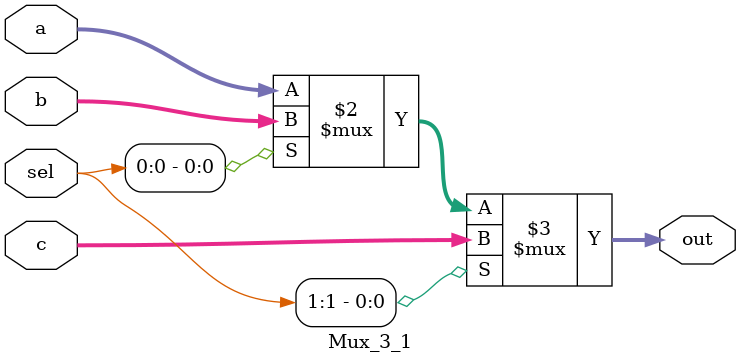
<source format=v>
module Mux_3_1 (
    a,
    b,
    c,
    sel,
    out
);
    parameter LEN = 32;

    input [1:0] sel;
    input [LEN-1:0] a, b, c;
    output [LEN-1:0] out;

    assign out = (sel[1]) ? c : (~sel[0] ? a : b); 

endmodule
</source>
